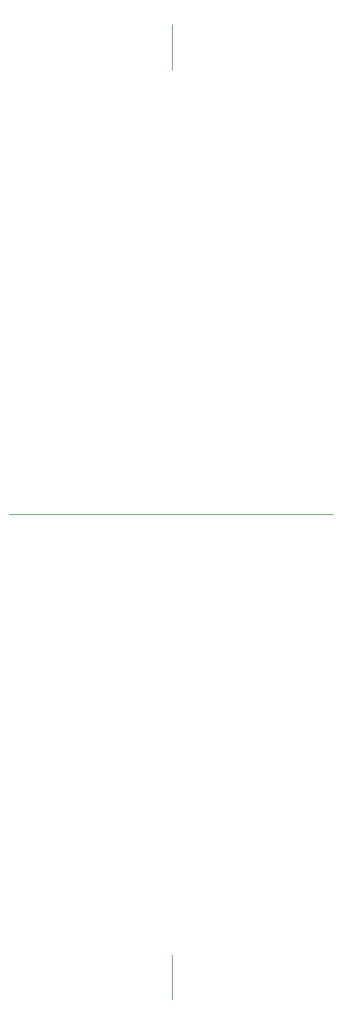
<source format=gbr>
%TF.GenerationSoftware,KiCad,Pcbnew,8.0.4-8.0.4-0~ubuntu22.04.1*%
%TF.CreationDate,2024-08-10T22:35:36+03:00*%
%TF.ProjectId,PM-RQ8-front,504d2d52-5138-42d6-9672-6f6e742e6b69,rev?*%
%TF.SameCoordinates,Original*%
%TF.FileFunction,Other,Comment*%
%FSLAX46Y46*%
G04 Gerber Fmt 4.6, Leading zero omitted, Abs format (unit mm)*
G04 Created by KiCad (PCBNEW 8.0.4-8.0.4-0~ubuntu22.04.1) date 2024-08-10 22:35:36*
%MOMM*%
%LPD*%
G01*
G04 APERTURE LIST*
%ADD10C,0.100000*%
G04 APERTURE END LIST*
D10*
X70612000Y-155448000D02*
X70612000Y-150368000D01*
X70612000Y-49784000D02*
X70612000Y-44704000D01*
X88900000Y-100330000D02*
X52070000Y-100330000D01*
M02*

</source>
